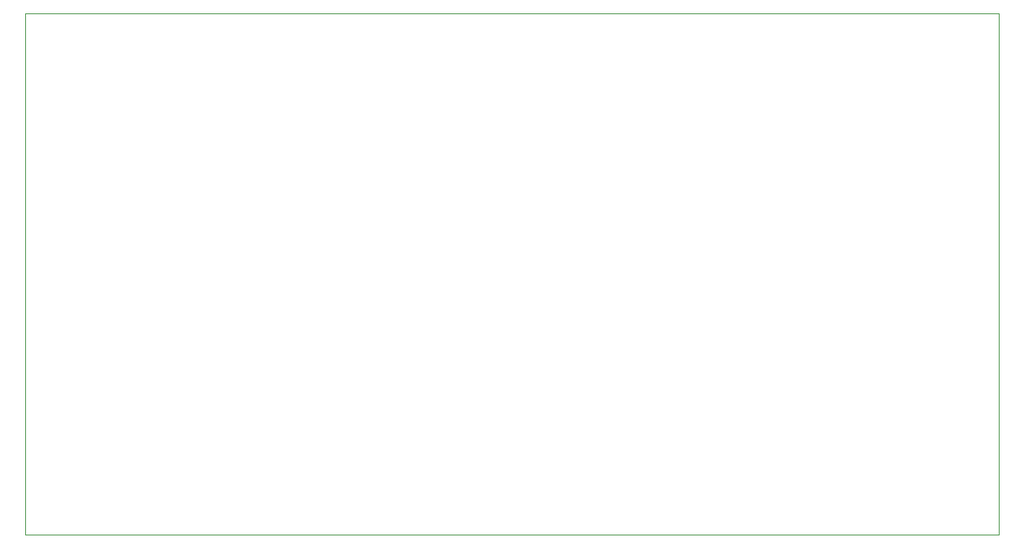
<source format=gbr>
%TF.GenerationSoftware,KiCad,Pcbnew,8.0.1*%
%TF.CreationDate,2024-03-29T13:27:46-04:00*%
%TF.ProjectId,Power_Stage,506f7765-725f-4537-9461-67652e6b6963,rev?*%
%TF.SameCoordinates,Original*%
%TF.FileFunction,Profile,NP*%
%FSLAX46Y46*%
G04 Gerber Fmt 4.6, Leading zero omitted, Abs format (unit mm)*
G04 Created by KiCad (PCBNEW 8.0.1) date 2024-03-29 13:27:46*
%MOMM*%
%LPD*%
G01*
G04 APERTURE LIST*
%TA.AperFunction,Profile*%
%ADD10C,0.100000*%
%TD*%
G04 APERTURE END LIST*
D10*
X86975000Y-101275000D02*
X191675000Y-101275000D01*
X191675000Y-157275000D01*
X86975000Y-157275000D01*
X86975000Y-101275000D01*
M02*

</source>
